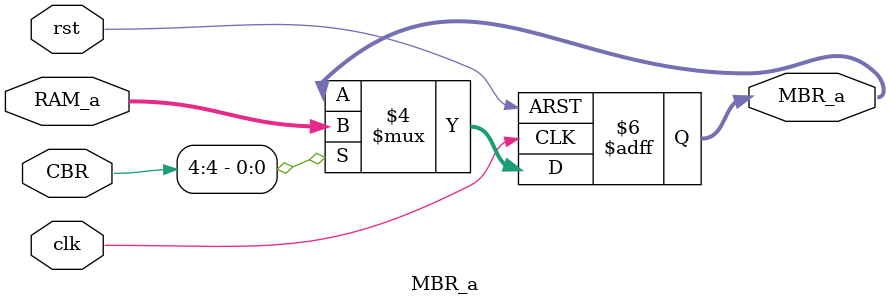
<source format=v>
`timescale 1ns / 1ps


module MBR_a(
input clk,
input rst,
input [15:0] RAM_a,
input [21:0] CBR,
output reg [15:0] MBR_a
    );
    
    initial begin
        MBR_a <= 0;
    end
    
    always@(posedge clk or negedge rst)
    begin
        if(~rst)
            MBR_a <= 0;
        else 
        begin  
            if(CBR[4]) MBR_a <= RAM_a;
        end
    end
endmodule

</source>
